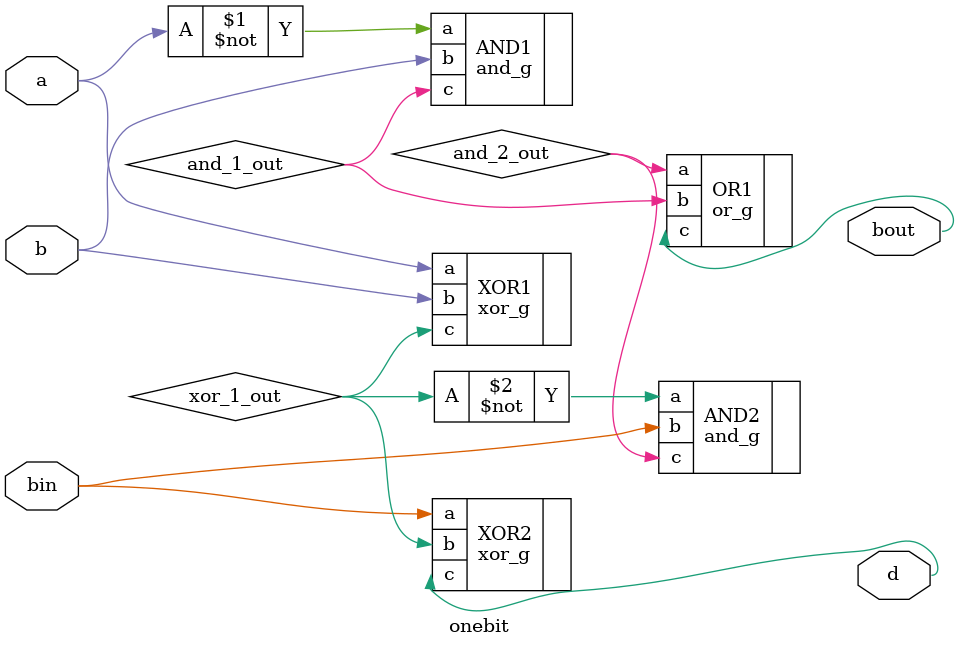
<source format=v>
`include "../basic/basic.v"

module onebit(
    a,
    b,
    bin,
    d,
    bout
);

input wire a, b, bin;
output d, bout;
wire xor_1_out, and_1_out, and_2_out;

xor_g XOR1(.a(a), .b(b), .c(xor_1_out));
xor_g XOR2(.a(bin), .b(xor_1_out), .c(d));

and_g AND1(.a(~a), .b(b), .c(and_1_out));
and_g AND2(.a(~xor_1_out), .b(bin), .c(and_2_out));

or_g OR1(.a(and_2_out), .b(and_1_out), .c(bout));

endmodule
</source>
